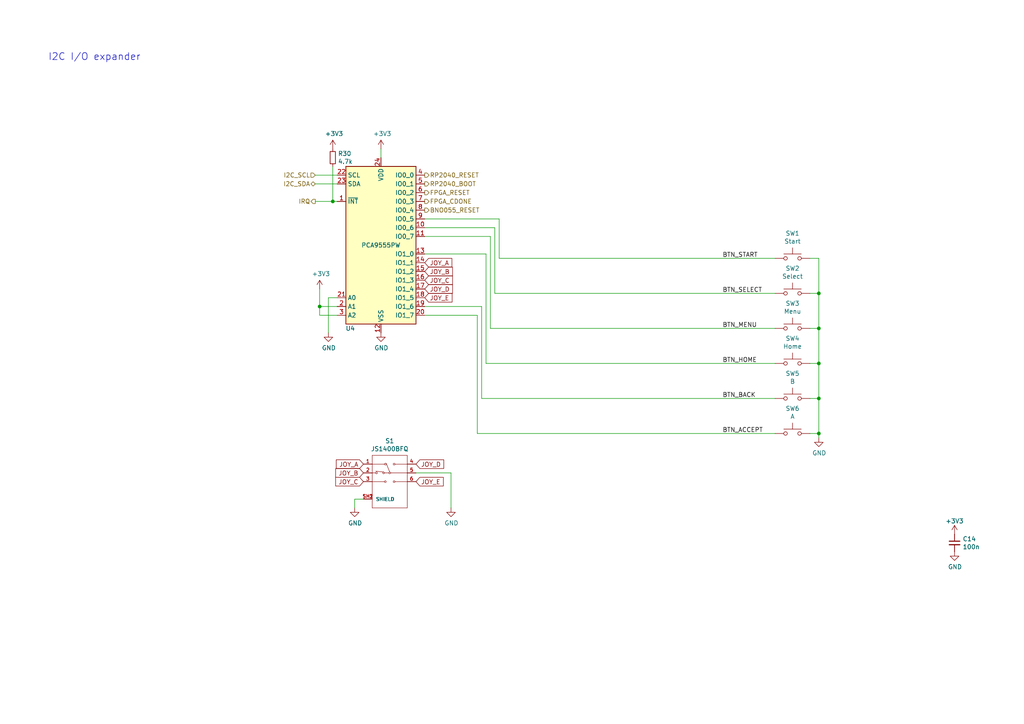
<source format=kicad_sch>
(kicad_sch (version 20211123) (generator eeschema)
  (paper "A4")
  (title_block (title "MCH2022 badge - IO expander & buttons") (date "2021-12-19") (rev "3.1415") (company "BADGE.TEAM"))
  (lib_symbols
    (symbol "JS1400BFQ:JS1400BFQ" (pin_names (offset 1.016))
      (property "Reference" "S" (at -5.08 7.8994 0))
      (property "Value" "JS1400BFQ" (at -5.1054 -9.1694 0))
      (symbol "JS1400BFQ_0_0"
        (circle (center -3.81 2.54) (radius 0.254) (stroke (width 0.127)))
        (circle (center -1.778 2.54) (radius 0.254) (stroke (width 0.127)))
        (circle (center -1.27 0) (radius 0.254) (stroke (width 0.127)))
        (circle (center -1.27 5.08) (radius 0.254) (stroke (width 0.127)))
        (polyline (pts (xy -5.08 -7.62) (xy 5.08 -7.62)) (stroke (width 0.127)))
        (polyline (pts (xy -5.08 0) (xy -5.08 -7.62)) (stroke (width 0.127)))
        (polyline (pts (xy -5.08 0) (xy -1.524 0)) (stroke (width 0.127)))
        (polyline (pts (xy -5.08 2.54) (xy -5.08 0)) (stroke (width 0.127)))
        (polyline (pts (xy -5.08 2.54) (xy -4.064 2.54)) (stroke (width 0.127)))
        (polyline (pts (xy -5.08 5.08) (xy -5.08 2.54)) (stroke (width 0.127)))
        (polyline (pts (xy -5.08 5.08) (xy -1.524 5.08)) (stroke (width 0.127)))
        (polyline (pts (xy -5.08 7.62) (xy -5.08 5.08)) (stroke (width 0.127)))
        (polyline (pts (xy -5.08 7.62) (xy 5.08 7.62)) (stroke (width 0.127)))
        (polyline (pts (xy -1.778 2.794) (xy -4.064 3.048)) (stroke (width 0.127)))
        (polyline (pts (xy -1.524 2.54) (xy -0.254 2.54)) (stroke (width 0.127)))
        (polyline (pts (xy 0 2.794) (xy -1.016 5.334)) (stroke (width 0.127)))
        (polyline (pts (xy 5.08 0) (xy 1.524 0)) (stroke (width 0.127)))
        (polyline (pts (xy 5.08 0) (xy 5.08 -7.62)) (stroke (width 0.127)))
        (polyline (pts (xy 5.08 2.54) (xy 0.254 2.54)) (stroke (width 0.127)))
        (polyline (pts (xy 5.08 2.54) (xy 5.08 0)) (stroke (width 0.127)))
        (polyline (pts (xy 5.08 5.08) (xy 1.524 5.08)) (stroke (width 0.127)))
        (polyline (pts (xy 5.08 5.08) (xy 5.08 2.54)) (stroke (width 0.127)))
        (polyline (pts (xy 5.08 7.62) (xy 5.08 5.08)) (stroke (width 0.127)))
        (circle (center 0 2.54) (radius 0.254) (stroke (width 0.127)))
        (circle (center 1.27 0) (radius 0.254) (stroke (width 0.127)))
        (circle (center 1.27 5.08) (radius 0.254) (stroke (width 0.127)))
        (pin passive line (at -7.62 5.08 0) (length 2.54) (name "~") (number "1"))
        (pin passive line (at -7.62 2.54 0) (length 2.54) (name "~") (number "2"))
        (pin passive line (at -7.62 0 0) (length 2.54) (name "~") (number "3"))
        (pin passive line (at 7.62 5.08 180) (length 2.54) (name "~") (number "4"))
        (pin passive line (at 7.62 2.54 180) (length 2.54) (name "~") (number "5"))
        (pin passive line (at 7.62 0 180) (length 2.54) (name "~") (number "6"))
        (pin passive line (at -7.62 -5.08 0) (length 2.54) (name "SHIELD") (number "SH1"))
        (pin passive line (at -7.62 -5.08 0) (length 2.54) (name "SHIELD") (number "SH2"))
      )
    )
    (symbol "mch2021-rescue:+3.3V-power" (power) (pin_names (offset 0))
      (property "Value" "+3.3V-power" (at 0 3.556 0))
      (symbol "+3.3V-power_0_1"
        (polyline (pts (xy -0.762 1.27) (xy 0 2.54)))
        (polyline (pts (xy 0 0) (xy 0 2.54)))
        (polyline (pts (xy 0 2.54) (xy 0.762 1.27)))
      )
      (symbol "+3.3V-power_1_1"
        (pin power_in line (at 0 0 90) (length 0) hide (name "+3V3") (number "1"))
      )
    )
    (symbol "mch2021-rescue:C_Small-Device" (pin_numbers hide) (pin_names (offset 0.254) hide)
      (property "Reference" "C" (at 0.254 1.778 0))
      (property "Value" "C_Small-Device" (at 0.254 -2.032 0))
      (symbol "C_Small-Device_0_1"
        (polyline (pts (xy -1.524 -0.508) (xy 1.524 -0.508)) (stroke (width 0.3302)))
        (polyline (pts (xy -1.524 0.508) (xy 1.524 0.508)) (stroke (width 0.3048)))
      )
      (symbol "C_Small-Device_1_1"
        (pin passive line (at 0 2.54 270) (length 2.032) (name "~") (number "1"))
        (pin passive line (at 0 -2.54 90) (length 2.032) (name "~") (number "2"))
      )
    )
    (symbol "mch2021-rescue:GND-power" (power) (pin_names (offset 0))
      (property "Value" "GND-power" (at 0 -3.81 0))
      (symbol "GND-power_0_1"
        (polyline (pts (xy 0 0) (xy 0 -1.27) (xy 1.27 -1.27) (xy 0 -2.54) (xy -1.27 -1.27) (xy 0 -1.27)))
      )
      (symbol "GND-power_1_1"
        (pin power_in line (at 0 0 270) (length 0) hide (name "GND") (number "1"))
      )
    )
    (symbol "mch2021-rescue:PCA9555PW-Interface_Expansion"
      (property "Reference" "U" (at -8.89 24.13 0))
      (property "Value" "PCA9555PW-Interface_Expansion" (at 6.35 24.13 0))
      (symbol "PCA9555PW-Interface_Expansion_0_1"
        (rectangle (start -10.16 22.86) (end 10.16 -22.86) (stroke (width 0.254)) (fill (type background)))
      )
      (symbol "PCA9555PW-Interface_Expansion_1_1"
        (pin open_collector line (at -12.7 12.7 0) (length 2.54) (name "~{INT}") (number "1"))
        (pin bidirectional line (at 12.7 5.08 180) (length 2.54) (name "IO0_6") (number "10"))
        (pin bidirectional line (at 12.7 2.54 180) (length 2.54) (name "IO0_7") (number "11"))
        (pin power_in line (at 0 -25.4 90) (length 2.54) (name "VSS") (number "12"))
        (pin bidirectional line (at 12.7 -2.54 180) (length 2.54) (name "IO1_0") (number "13"))
        (pin bidirectional line (at 12.7 -5.08 180) (length 2.54) (name "IO1_1") (number "14"))
        (pin bidirectional line (at 12.7 -7.62 180) (length 2.54) (name "IO1_2") (number "15"))
        (pin bidirectional line (at 12.7 -10.16 180) (length 2.54) (name "IO1_3") (number "16"))
        (pin bidirectional line (at 12.7 -12.7 180) (length 2.54) (name "IO1_4") (number "17"))
        (pin bidirectional line (at 12.7 -15.24 180) (length 2.54) (name "IO1_5") (number "18"))
        (pin bidirectional line (at 12.7 -17.78 180) (length 2.54) (name "IO1_6") (number "19"))
        (pin input line (at -12.7 -17.78 0) (length 2.54) (name "A1") (number "2"))
        (pin bidirectional line (at 12.7 -20.32 180) (length 2.54) (name "IO1_7") (number "20"))
        (pin input line (at -12.7 -15.24 0) (length 2.54) (name "A0") (number "21"))
        (pin input line (at -12.7 20.32 0) (length 2.54) (name "SCL") (number "22"))
        (pin bidirectional line (at -12.7 17.78 0) (length 2.54) (name "SDA") (number "23"))
        (pin power_in line (at 0 25.4 270) (length 2.54) (name "VDD") (number "24"))
        (pin input line (at -12.7 -20.32 0) (length 2.54) (name "A2") (number "3"))
        (pin bidirectional line (at 12.7 20.32 180) (length 2.54) (name "IO0_0") (number "4"))
        (pin bidirectional line (at 12.7 17.78 180) (length 2.54) (name "IO0_1") (number "5"))
        (pin bidirectional line (at 12.7 15.24 180) (length 2.54) (name "IO0_2") (number "6"))
        (pin bidirectional line (at 12.7 12.7 180) (length 2.54) (name "IO0_3") (number "7"))
        (pin bidirectional line (at 12.7 10.16 180) (length 2.54) (name "IO0_4") (number "8"))
        (pin bidirectional line (at 12.7 7.62 180) (length 2.54) (name "IO0_5") (number "9"))
      )
    )
    (symbol "mch2021-rescue:R_Small-Device" (pin_numbers hide) (pin_names (offset 0.254) hide)
      (property "Reference" "R" (at 0.762 0.508 0))
      (property "Value" "R_Small-Device" (at 0.762 -1.016 0))
      (symbol "R_Small-Device_0_1"
        (rectangle (start -0.762 1.778) (end 0.762 -1.778) (stroke (width 0.2032)))
      )
      (symbol "R_Small-Device_1_1"
        (pin passive line (at 0 2.54 270) (length 0.762) (name "~") (number "1"))
        (pin passive line (at 0 -2.54 90) (length 0.762) (name "~") (number "2"))
      )
    )
    (symbol "mch2021-rescue:SW_Push-Switch" (pin_numbers hide) (pin_names (offset 1.016) hide)
      (property "Reference" "SW" (at 1.27 2.54 0))
      (property "Value" "SW_Push-Switch" (at 0 -1.524 0))
      (symbol "SW_Push-Switch_0_1"
        (circle (center -2.032 0) (radius 0.508))
        (polyline (pts (xy 0 1.27) (xy 0 3.048)))
        (polyline (pts (xy 2.54 1.27) (xy -2.54 1.27)))
        (circle (center 2.032 0) (radius 0.508))
        (pin passive line (at -5.08 0 0) (length 2.54) (name "1") (number "1"))
        (pin passive line (at 5.08 0 180) (length 2.54) (name "2") (number "2"))
      )
    )
  )
  (junction (at 237.49 105.41))
  (junction (at 96.52 58.42))
  (junction (at 237.49 115.57))
  (junction (at 92.71 88.9))
  (junction (at 237.49 125.73))
  (junction (at 237.49 95.25))
  (junction (at 237.49 85.09))
  (wire (pts (xy 139.7 88.9) (xy 123.19 88.9)))
  (wire (pts (xy 123.19 91.44) (xy 138.43 91.44)))
  (wire (pts (xy 224.79 115.57) (xy 139.7 115.57)))
  (wire (pts (xy 95.25 86.36) (xy 95.25 96.52)))
  (wire (pts (xy 234.95 74.93) (xy 237.49 74.93)))
  (wire (pts (xy 97.79 91.44) (xy 92.71 91.44)))
  (wire (pts (xy 92.71 88.9) (xy 92.71 83.82)))
  (wire (pts (xy 96.52 58.42) (xy 91.44 58.42)))
  (wire (pts (xy 123.19 68.58) (xy 142.24 68.58)))
  (wire (pts (xy 91.44 53.34) (xy 97.79 53.34)))
  (wire (pts (xy 139.7 88.9) (xy 139.7 115.57)))
  (wire (pts (xy 130.81 137.16) (xy 120.65 137.16)))
  (wire (pts (xy 237.49 95.25) (xy 237.49 105.41)))
  (wire (pts (xy 224.79 85.09) (xy 143.51 85.09)))
  (wire (pts (xy 224.79 125.73) (xy 138.43 125.73)))
  (wire (pts (xy 97.79 86.36) (xy 95.25 86.36)))
  (wire (pts (xy 140.97 73.66) (xy 123.19 73.66)))
  (wire (pts (xy 96.52 58.42) (xy 97.79 58.42)))
  (wire (pts (xy 234.95 115.57) (xy 237.49 115.57)))
  (wire (pts (xy 97.79 88.9) (xy 92.71 88.9)))
  (wire (pts (xy 105.41 144.78) (xy 102.87 144.78)))
  (wire (pts (xy 96.52 48.26) (xy 96.52 58.42)))
  (wire (pts (xy 142.24 95.25) (xy 142.24 68.58)))
  (wire (pts (xy 140.97 73.66) (xy 140.97 105.41)))
  (wire (pts (xy 234.95 105.41) (xy 237.49 105.41)))
  (wire (pts (xy 102.87 144.78) (xy 102.87 147.32)))
  (wire (pts (xy 143.51 66.04) (xy 123.19 66.04)))
  (wire (pts (xy 140.97 105.41) (xy 224.79 105.41)))
  (wire (pts (xy 123.19 63.5) (xy 144.78 63.5)))
  (wire (pts (xy 97.79 50.8) (xy 91.44 50.8)))
  (wire (pts (xy 234.95 85.09) (xy 237.49 85.09)))
  (wire (pts (xy 143.51 66.04) (xy 143.51 85.09)))
  (wire (pts (xy 234.95 95.25) (xy 237.49 95.25)))
  (wire (pts (xy 144.78 74.93) (xy 224.79 74.93)))
  (wire (pts (xy 237.49 74.93) (xy 237.49 85.09)))
  (wire (pts (xy 92.71 91.44) (xy 92.71 88.9)))
  (wire (pts (xy 144.78 63.5) (xy 144.78 74.93)))
  (wire (pts (xy 237.49 115.57) (xy 237.49 125.73)))
  (wire (pts (xy 110.49 45.72) (xy 110.49 43.18)))
  (wire (pts (xy 237.49 105.41) (xy 237.49 115.57)))
  (wire (pts (xy 130.81 147.32) (xy 130.81 137.16)))
  (wire (pts (xy 237.49 125.73) (xy 234.95 125.73)))
  (wire (pts (xy 237.49 85.09) (xy 237.49 95.25)))
  (wire (pts (xy 142.24 95.25) (xy 224.79 95.25)))
  (wire (pts (xy 138.43 91.44) (xy 138.43 125.73)))
  (wire (pts (xy 237.49 125.73) (xy 237.49 127)))
  (text "I2C I/O expander" (at 13.97 17.78 0) (effects (font (size 2.0066 2.0066)) (justify left bottom)))
  (label "BTN_START" (at 209.55 74.93 0))
  (label "BTN_HOME" (at 209.55 105.41 0))
  (label "BTN_ACCEPT" (at 209.55 125.73 0))
  (label "BTN_BACK" (at 209.55 115.57 0))
  (label "BTN_SELECT" (at 209.55 85.09 0))
  (label "BTN_MENU" (at 209.55 95.25 0))
  (global_label "JOY_C" (shape input) (at 123.19 81.28 0) (property "Intersheet References" "${INTERSHEET_REFS}" (effects hide)))
  (global_label "JOY_B" (shape input) (at 105.41 137.16 180) (property "Intersheet References" "${INTERSHEET_REFS}" (effects hide)))
  (global_label "JOY_A" (shape input) (at 123.19 76.2 0) (property "Intersheet References" "${INTERSHEET_REFS}" (effects hide)))
  (global_label "JOY_A" (shape input) (at 105.41 134.62 180) (property "Intersheet References" "${INTERSHEET_REFS}" (effects hide)))
  (global_label "JOY_E" (shape input) (at 120.65 139.7 0) (property "Intersheet References" "${INTERSHEET_REFS}" (effects hide)))
  (global_label "JOY_C" (shape input) (at 105.41 139.7 180) (property "Intersheet References" "${INTERSHEET_REFS}" (effects hide)))
  (global_label "JOY_E" (shape input) (at 123.19 86.36 0) (property "Intersheet References" "${INTERSHEET_REFS}" (effects hide)))
  (global_label "JOY_B" (shape input) (at 123.19 78.74 0) (property "Intersheet References" "${INTERSHEET_REFS}" (effects hide)))
  (global_label "JOY_D" (shape input) (at 120.65 134.62 0) (property "Intersheet References" "${INTERSHEET_REFS}" (effects hide)))
  (global_label "JOY_D" (shape input) (at 123.19 83.82 0) (property "Intersheet References" "${INTERSHEET_REFS}" (effects hide)))
  (hierarchical_label "RP2040_BOOT" (shape output) (at 123.19 53.34 0))
  (hierarchical_label "FPGA_CDONE" (shape output) (at 123.19 58.42 0))
  (hierarchical_label "BNO055_RESET" (shape output) (at 123.19 60.96 0))
  (hierarchical_label "RP2040_RESET" (shape output) (at 123.19 50.8 0))
  (hierarchical_label "I2C_SCL" (shape input) (at 91.44 50.8 180))
  (hierarchical_label "FPGA_RESET" (shape output) (at 123.19 55.88 0))
  (hierarchical_label "IRQ" (shape output) (at 91.44 58.42 180))
  (hierarchical_label "I2C_SDA" (shape bidirectional) (at 91.44 53.34 180))
  (symbol (lib_id "mch2021-rescue:C_Small-Device") (at 276.86 157.48 0) (unit 1)
    (property "Reference" "C14" (at 279.1968 156.3116 0) (effects (justify left)))
    (property "Value" "100n" (at 279.1968 158.623 0) (effects (justify left)))
    (property "Footprint" "Capacitor_SMD:C_0402_1005Metric" (effects hide))
    (property "LCSC" "C83056 " (effects hide))
    (property "Mouser" "-" (effects hide))
    (property "Sponsored" "N" (effects hide))
  )
  (symbol (lib_id "mch2021-rescue:GND-power") (at 276.86 160.02 0) (unit 1)
    (property "Reference" "#PWR074" (effects hide))
    (property "Value" "GND" (at 276.987 164.4142 0))
  )
  (symbol (lib_id "mch2021-rescue:+3.3V-power") (at 276.86 154.94 0) (unit 1)
    (property "Reference" "#PWR073" (effects hide))
    (property "Value" "+3.3V" (at 276.86 151.13 0))
  )
  (symbol (lib_id "mch2021-rescue:+3.3V-power") (at 110.49 43.18 0) (unit 1)
    (property "Reference" "#PWR069" (effects hide))
    (property "Value" "+3.3V" (at 110.871 38.7858 0))
  )
  (symbol (lib_id "mch2021-rescue:+3.3V-power") (at 96.52 43.18 0) (unit 1)
    (property "Reference" "#PWR067" (effects hide))
    (property "Value" "+3.3V" (at 96.901 38.7858 0))
  )
  (symbol (lib_id "mch2021-rescue:R_Small-Device") (at 96.52 45.72 0) (unit 1)
    (property "Reference" "R30" (at 98.0186 44.5516 0) (effects (justify left)))
    (property "Value" "4.7k" (at 98.0186 46.863 0) (effects (justify left)))
    (property "Footprint" "Resistor_SMD:R_0402_1005Metric" (effects hide))
    (property "LCSC" "C25940" (effects hide))
    (property "Sponsored" "N" (effects hide))
    (property "MANUFACTURER" "UNI-ROYAL" (effects hide))
    (property "MPN" "0402WGJ0472TCE" (effects hide))
  )
  (symbol (lib_id "mch2021-rescue:PCA9555PW-Interface_Expansion") (at 110.49 71.12 0) (unit 1)
    (property "Reference" "U4" (at 101.6 95.25 0))
    (property "Value" "PCA9555PW" (at 110.49 71.12 0))
    (property "Footprint" "Package_SO:TSSOP-24_4.4x7.8mm_P0.65mm" (effects hide))
    (property "Datasheet" "https://www.nxp.com/docs/en/data-sheet/PCA9555.pdf" (effects hide))
    (property "Sponsored" "N" (effects hide))
    (property "LCSC" "C128392" (effects hide))
  )
  (symbol (lib_id "mch2021-rescue:GND-power") (at 95.25 96.52 0) (unit 1)
    (property "Reference" "#PWR066" (effects hide))
    (property "Value" "GND" (at 95.377 100.9142 0))
  )
  (symbol (lib_id "mch2021-rescue:GND-power") (at 110.49 96.52 0) (unit 1)
    (property "Reference" "#PWR070" (effects hide))
    (property "Value" "GND" (at 110.617 100.9142 0))
  )
  (symbol (lib_id "mch2021-rescue:SW_Push-Switch") (at 229.87 125.73 0) (unit 1)
    (property "Reference" "SW6" (at 229.87 118.491 0))
    (property "Value" "A" (at 229.87 120.8024 0))
    (property "Footprint" "custom:1TS009" (effects hide))
    (property "Sponsored" "N" (effects hide))
    (property "LCSC" "C115348" (effects hide))
  )
  (symbol (lib_id "mch2021-rescue:SW_Push-Switch") (at 229.87 115.57 0) (unit 1)
    (property "Reference" "SW5" (at 229.87 108.331 0))
    (property "Value" "B" (at 229.87 110.6424 0))
    (property "Footprint" "custom:1TS009" (effects hide))
    (property "Sponsored" "N" (effects hide))
    (property "LCSC" "C115348" (effects hide))
  )
  (symbol (lib_id "mch2021-rescue:SW_Push-Switch") (at 229.87 95.25 0) (unit 1)
    (property "Reference" "SW3" (at 229.87 88.011 0))
    (property "Value" "Menu" (at 229.87 90.3224 0))
    (property "Footprint" "custom:1TS009" (effects hide))
    (property "Sponsored" "N" (effects hide))
    (property "LCSC" "C115348" (effects hide))
  )
  (symbol (lib_id "mch2021-rescue:SW_Push-Switch") (at 229.87 105.41 0) (unit 1)
    (property "Reference" "SW4" (at 229.87 98.171 0))
    (property "Value" "Home" (at 229.87 100.4824 0))
    (property "Footprint" "custom:1TS009" (effects hide))
    (property "Sponsored" "N" (effects hide))
    (property "LCSC" "C115348" (effects hide))
  )
  (symbol (lib_id "mch2021-rescue:SW_Push-Switch") (at 229.87 74.93 0) (unit 1)
    (property "Reference" "SW1" (at 229.87 67.691 0))
    (property "Value" "Start" (at 229.87 70.0024 0))
    (property "Footprint" "custom:1TS009" (effects hide))
    (property "Sponsored" "N" (effects hide))
    (property "LCSC" "C115348" (effects hide))
  )
  (symbol (lib_id "mch2021-rescue:SW_Push-Switch") (at 229.87 85.09 0) (unit 1)
    (property "Reference" "SW2" (at 229.87 77.851 0))
    (property "Value" "Select" (at 229.87 80.1624 0))
    (property "Footprint" "custom:1TS009" (effects hide))
    (property "Sponsored" "N" (effects hide))
    (property "LCSC" "C115348" (effects hide))
  )
  (symbol (lib_id "JS1400BFQ:JS1400BFQ") (at 113.03 139.7 0) (unit 1)
    (property "Reference" "S1" (at 113.03 127.889 0))
    (property "Value" "JS1400BFQ" (at 113.03 130.2004 0))
    (property "Footprint" "custom:SW_JS1400BFQ" (effects hide))
    (property "Datasheet" "E-SWITCH" (effects hide))
    (property "Field4" "Manufacturer recommendations" (effects hide))
    (property "LCSC" "C139794" (effects hide))
    (property "Sponsored" "N" (effects hide))
  )
  (symbol (lib_id "mch2021-rescue:GND-power") (at 130.81 147.32 0) (unit 1)
    (property "Reference" "#PWR071" (effects hide))
    (property "Value" "GND" (at 130.937 151.7142 0))
  )
  (symbol (lib_id "mch2021-rescue:GND-power") (at 237.49 127 0) (unit 1)
    (property "Reference" "#PWR072" (effects hide))
    (property "Value" "GND" (at 237.617 131.3942 0))
  )
  (symbol (lib_id "mch2021-rescue:+3.3V-power") (at 92.71 83.82 0) (unit 1)
    (property "Reference" "#PWR065" (effects hide))
    (property "Value" "+3.3V" (at 93.091 79.4258 0))
  )
  (symbol (lib_id "mch2021-rescue:GND-power") (at 102.87 147.32 0) (unit 1)
    (property "Reference" "#PWR068" (effects hide))
    (property "Value" "GND" (at 102.997 151.7142 0))
  )
)
</source>
